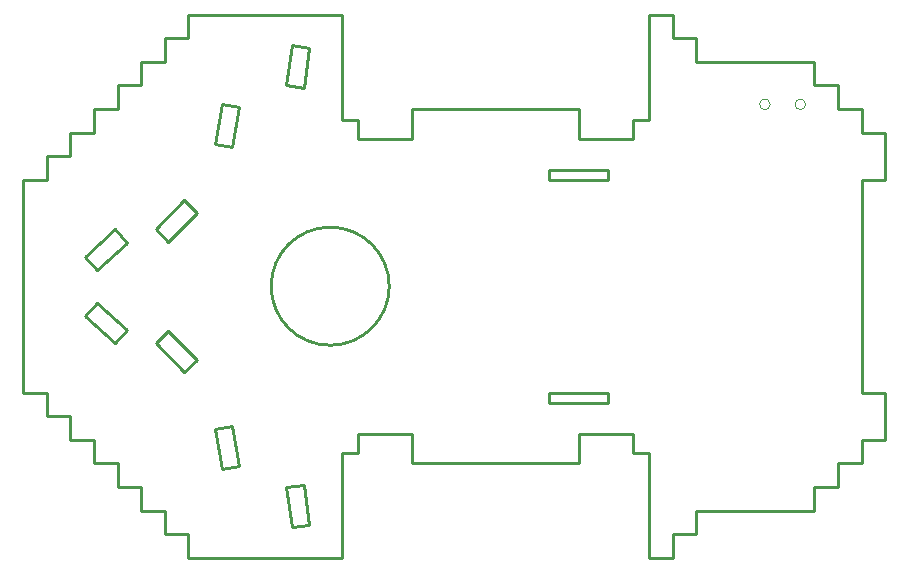
<source format=gm1>
G04 #@! TF.GenerationSoftware,KiCad,Pcbnew,7.0.5*
G04 #@! TF.CreationDate,2024-01-12T07:50:16+09:00*
G04 #@! TF.ProjectId,uglyBob,75676c79-426f-4622-9e6b-696361645f70,rev?*
G04 #@! TF.SameCoordinates,Original*
G04 #@! TF.FileFunction,Profile,NP*
%FSLAX46Y46*%
G04 Gerber Fmt 4.6, Leading zero omitted, Abs format (unit mm)*
G04 Created by KiCad (PCBNEW 7.0.5) date 2024-01-12 07:50:16*
%MOMM*%
%LPD*%
G01*
G04 APERTURE LIST*
G04 #@! TA.AperFunction,Profile*
%ADD10C,0.250000*%
G04 #@! TD*
G04 #@! TA.AperFunction,Profile*
%ADD11C,0.050000*%
G04 #@! TD*
G04 APERTURE END LIST*
D10*
X131000000Y-109000000D02*
X131000000Y-91000000D01*
X113000000Y-85900000D02*
X111650000Y-85900000D01*
X70000000Y-119000000D02*
X72000000Y-119000000D01*
X74000000Y-77000000D02*
X74000000Y-79000000D01*
X111650000Y-85900000D02*
X111650000Y-87500000D01*
X104550000Y-90150000D02*
X104550000Y-91000000D01*
X62000000Y-89000000D02*
X62000000Y-91000000D01*
X72289087Y-96221512D02*
X74710913Y-93778488D01*
X72000000Y-119000000D02*
X72000000Y-121000000D01*
X82271476Y-117009831D02*
X82758777Y-120415141D01*
X92950000Y-85000000D02*
X92950000Y-87500000D01*
X109550000Y-91000000D02*
X109550000Y-90150000D01*
X107050000Y-87500000D02*
X107050000Y-85000000D01*
X76236736Y-112051104D02*
X76804391Y-115443944D01*
X60000000Y-109000000D02*
X62000000Y-109000000D01*
X92950000Y-87500000D02*
X88350000Y-87500000D01*
X131000000Y-113000000D02*
X133000000Y-113000000D01*
X74710913Y-93778488D02*
X73645641Y-92722460D01*
X78283828Y-84803580D02*
X76804391Y-84556056D01*
X66224452Y-101382569D02*
X65218185Y-102494965D01*
X129000000Y-117000000D02*
X129000000Y-115000000D01*
X104550000Y-91000000D02*
X109550000Y-91000000D01*
X129000000Y-115000000D02*
X131000000Y-115000000D01*
X117000000Y-119000000D02*
X127000000Y-119000000D01*
X88350000Y-85900000D02*
X87000000Y-85900000D01*
X111650000Y-114100000D02*
X113000000Y-114100000D01*
X78283828Y-115196420D02*
X77716172Y-111803580D01*
X115000000Y-123000000D02*
X115000000Y-121000000D01*
X87000000Y-114100000D02*
X88350000Y-114100000D01*
X115000000Y-79000000D02*
X115000000Y-77000000D01*
X88350000Y-112500000D02*
X92950000Y-112500000D01*
X107050000Y-85000000D02*
X92950000Y-85000000D01*
X111650000Y-87500000D02*
X107050000Y-87500000D01*
X133000000Y-87000000D02*
X131000000Y-87000000D01*
X111650000Y-112500000D02*
X111650000Y-114100000D01*
X83756349Y-83202655D02*
X84243651Y-79797345D01*
X77716172Y-88196420D02*
X78283828Y-84803580D01*
X68775548Y-96309725D02*
X67769281Y-95197328D01*
X129000000Y-85000000D02*
X129000000Y-83000000D01*
X127000000Y-81000000D02*
X117000000Y-81000000D01*
X60000000Y-91000000D02*
X60000000Y-109000000D01*
X87000000Y-77000000D02*
X74000000Y-77000000D01*
X66000000Y-113000000D02*
X66000000Y-115000000D01*
X72000000Y-79000000D02*
X72000000Y-81000000D01*
X92950000Y-112500000D02*
X92950000Y-115000000D01*
X65218185Y-97505035D02*
X66224452Y-98617431D01*
X68000000Y-115000000D02*
X68000000Y-117000000D01*
X84243651Y-120202655D02*
X83756349Y-116797345D01*
X113000000Y-77000000D02*
X113000000Y-85900000D01*
X127000000Y-119000000D02*
X127000000Y-117000000D01*
X64000000Y-113000000D02*
X66000000Y-113000000D01*
X77716172Y-111803580D02*
X76236736Y-112051104D01*
X72289087Y-103778488D02*
X71223816Y-104834517D01*
X76804391Y-84556056D02*
X76236736Y-87948896D01*
X64000000Y-87000000D02*
X64000000Y-89000000D01*
X133000000Y-113000000D02*
X133000000Y-109000000D01*
X70000000Y-81000000D02*
X70000000Y-83000000D01*
X87000000Y-123000000D02*
X87000000Y-114100000D01*
X62000000Y-91000000D02*
X60000000Y-91000000D01*
X67769281Y-95197328D02*
X65218185Y-97505035D01*
X107050000Y-112500000D02*
X111650000Y-112500000D01*
X74000000Y-79000000D02*
X72000000Y-79000000D01*
X113000000Y-114100000D02*
X113000000Y-123000000D01*
X131000000Y-85000000D02*
X129000000Y-85000000D01*
X71223816Y-104834517D02*
X73645641Y-107277540D01*
X104550000Y-109850000D02*
X109550000Y-109850000D01*
X68000000Y-85000000D02*
X66000000Y-85000000D01*
X83756349Y-116797345D02*
X82271476Y-117009831D01*
X72000000Y-81000000D02*
X70000000Y-81000000D01*
X66000000Y-85000000D02*
X66000000Y-87000000D01*
X107050000Y-115000000D02*
X107050000Y-112500000D01*
X68000000Y-117000000D02*
X70000000Y-117000000D01*
X82758777Y-120415141D02*
X84243651Y-120202655D01*
X64000000Y-89000000D02*
X62000000Y-89000000D01*
X82758777Y-79584859D02*
X82271476Y-82990169D01*
X109550000Y-90150000D02*
X104550000Y-90150000D01*
X68775548Y-103690275D02*
X66224452Y-101382569D01*
X91000000Y-100000000D02*
G75*
G03*
X91000000Y-100000000I-5000000J0D01*
G01*
X88350000Y-87500000D02*
X88350000Y-85900000D01*
X74710913Y-106221512D02*
X72289087Y-103778488D01*
X87000000Y-85900000D02*
X87000000Y-77000000D01*
X74000000Y-121000000D02*
X74000000Y-123000000D01*
X73645641Y-92722460D02*
X71223816Y-95165483D01*
X131000000Y-91000000D02*
X133000000Y-91000000D01*
X66224452Y-98617431D02*
X68775548Y-96309725D01*
X131000000Y-115000000D02*
X131000000Y-113000000D01*
X109550000Y-109000000D02*
X104550000Y-109000000D01*
X92950000Y-115000000D02*
X107050000Y-115000000D01*
X82271476Y-82990169D02*
X83756349Y-83202655D01*
X84243651Y-79797345D02*
X82758777Y-79584859D01*
X71223816Y-95165483D02*
X72289087Y-96221512D01*
X73645641Y-107277540D02*
X74710913Y-106221512D01*
X62000000Y-111000000D02*
X64000000Y-111000000D01*
X117000000Y-79000000D02*
X115000000Y-79000000D01*
X115000000Y-121000000D02*
X117000000Y-121000000D01*
X113000000Y-123000000D02*
X115000000Y-123000000D01*
X67769281Y-104802672D02*
X68775548Y-103690275D01*
X76236736Y-87948896D02*
X77716172Y-88196420D01*
X62000000Y-109000000D02*
X62000000Y-111000000D01*
X65218185Y-102494965D02*
X67769281Y-104802672D01*
X131000000Y-87000000D02*
X131000000Y-85000000D01*
X70000000Y-117000000D02*
X70000000Y-119000000D01*
X72000000Y-121000000D02*
X74000000Y-121000000D01*
X127000000Y-83000000D02*
X127000000Y-81000000D01*
X115000000Y-77000000D02*
X113000000Y-77000000D01*
X109550000Y-109850000D02*
X109550000Y-109000000D01*
X127000000Y-117000000D02*
X129000000Y-117000000D01*
X104550000Y-109000000D02*
X104550000Y-109850000D01*
X64000000Y-111000000D02*
X64000000Y-113000000D01*
X74000000Y-123000000D02*
X87000000Y-123000000D01*
X117000000Y-121000000D02*
X117000000Y-119000000D01*
X133000000Y-91000000D02*
X133000000Y-87000000D01*
X68000000Y-83000000D02*
X68000000Y-85000000D01*
X88350000Y-114100000D02*
X88350000Y-112500000D01*
X66000000Y-115000000D02*
X68000000Y-115000000D01*
X76804391Y-115443944D02*
X78283828Y-115196420D01*
X133000000Y-109000000D02*
X131000000Y-109000000D01*
X117000000Y-81000000D02*
X117000000Y-79000000D01*
X129000000Y-83000000D02*
X127000000Y-83000000D01*
X66000000Y-87000000D02*
X64000000Y-87000000D01*
X70000000Y-83000000D02*
X68000000Y-83000000D01*
D11*
X126250000Y-84600000D02*
G75*
G03*
X126250000Y-84600000I-450000J0D01*
G01*
X123250000Y-84600000D02*
G75*
G03*
X123250000Y-84600000I-450000J0D01*
G01*
M02*

</source>
